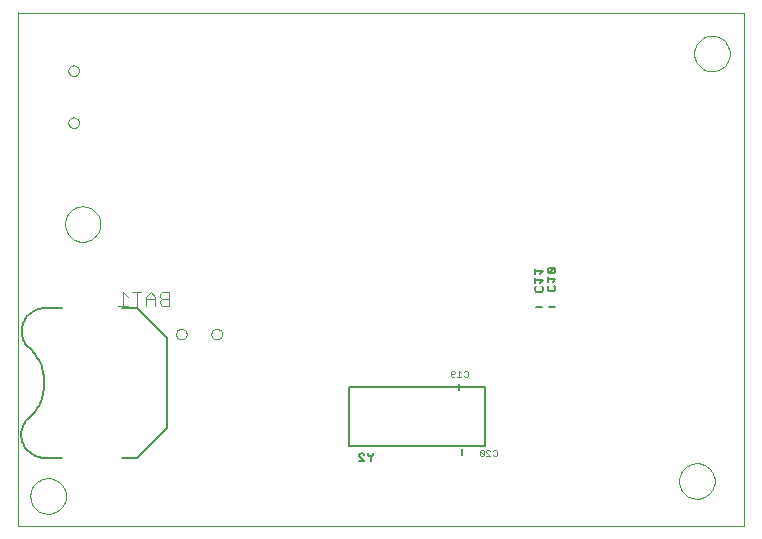
<source format=gbo>
G75*
G70*
%OFA0B0*%
%FSLAX24Y24*%
%IPPOS*%
%LPD*%
%AMOC8*
5,1,8,0,0,1.08239X$1,22.5*
%
%ADD10C,0.0000*%
%ADD11C,0.0080*%
%ADD12C,0.0060*%
%ADD13C,0.0040*%
D10*
X000599Y000160D02*
X000599Y017278D01*
X000600Y017276D02*
X024780Y017276D01*
X024780Y000156D01*
X024779Y000160D02*
X000599Y000160D01*
X001008Y001160D02*
X001010Y001208D01*
X001016Y001256D01*
X001026Y001303D01*
X001039Y001349D01*
X001057Y001394D01*
X001077Y001438D01*
X001102Y001480D01*
X001130Y001519D01*
X001160Y001556D01*
X001194Y001590D01*
X001231Y001622D01*
X001269Y001651D01*
X001310Y001676D01*
X001353Y001698D01*
X001398Y001716D01*
X001444Y001730D01*
X001491Y001741D01*
X001539Y001748D01*
X001587Y001751D01*
X001635Y001750D01*
X001683Y001745D01*
X001731Y001736D01*
X001777Y001724D01*
X001822Y001707D01*
X001866Y001687D01*
X001908Y001664D01*
X001948Y001637D01*
X001986Y001607D01*
X002021Y001574D01*
X002053Y001538D01*
X002083Y001500D01*
X002109Y001459D01*
X002131Y001416D01*
X002151Y001372D01*
X002166Y001327D01*
X002178Y001280D01*
X002186Y001232D01*
X002190Y001184D01*
X002190Y001136D01*
X002186Y001088D01*
X002178Y001040D01*
X002166Y000993D01*
X002151Y000948D01*
X002131Y000904D01*
X002109Y000861D01*
X002083Y000820D01*
X002053Y000782D01*
X002021Y000746D01*
X001986Y000713D01*
X001948Y000683D01*
X001908Y000656D01*
X001866Y000633D01*
X001822Y000613D01*
X001777Y000596D01*
X001731Y000584D01*
X001683Y000575D01*
X001635Y000570D01*
X001587Y000569D01*
X001539Y000572D01*
X001491Y000579D01*
X001444Y000590D01*
X001398Y000604D01*
X001353Y000622D01*
X001310Y000644D01*
X001269Y000669D01*
X001231Y000698D01*
X001194Y000730D01*
X001160Y000764D01*
X001130Y000801D01*
X001102Y000840D01*
X001077Y000882D01*
X001057Y000926D01*
X001039Y000971D01*
X001026Y001017D01*
X001016Y001064D01*
X001010Y001112D01*
X001008Y001160D01*
X005861Y006558D02*
X005863Y006584D01*
X005869Y006610D01*
X005879Y006635D01*
X005892Y006658D01*
X005908Y006678D01*
X005928Y006696D01*
X005950Y006711D01*
X005973Y006723D01*
X005999Y006731D01*
X006025Y006735D01*
X006051Y006735D01*
X006077Y006731D01*
X006103Y006723D01*
X006127Y006711D01*
X006148Y006696D01*
X006168Y006678D01*
X006184Y006658D01*
X006197Y006635D01*
X006207Y006610D01*
X006213Y006584D01*
X006215Y006558D01*
X006213Y006532D01*
X006207Y006506D01*
X006197Y006481D01*
X006184Y006458D01*
X006168Y006438D01*
X006148Y006420D01*
X006126Y006405D01*
X006103Y006393D01*
X006077Y006385D01*
X006051Y006381D01*
X006025Y006381D01*
X005999Y006385D01*
X005973Y006393D01*
X005949Y006405D01*
X005928Y006420D01*
X005908Y006438D01*
X005892Y006458D01*
X005879Y006481D01*
X005869Y006506D01*
X005863Y006532D01*
X005861Y006558D01*
X007042Y006558D02*
X007044Y006584D01*
X007050Y006610D01*
X007060Y006635D01*
X007073Y006658D01*
X007089Y006678D01*
X007109Y006696D01*
X007131Y006711D01*
X007154Y006723D01*
X007180Y006731D01*
X007206Y006735D01*
X007232Y006735D01*
X007258Y006731D01*
X007284Y006723D01*
X007308Y006711D01*
X007329Y006696D01*
X007349Y006678D01*
X007365Y006658D01*
X007378Y006635D01*
X007388Y006610D01*
X007394Y006584D01*
X007396Y006558D01*
X007394Y006532D01*
X007388Y006506D01*
X007378Y006481D01*
X007365Y006458D01*
X007349Y006438D01*
X007329Y006420D01*
X007307Y006405D01*
X007284Y006393D01*
X007258Y006385D01*
X007232Y006381D01*
X007206Y006381D01*
X007180Y006385D01*
X007154Y006393D01*
X007130Y006405D01*
X007109Y006420D01*
X007089Y006438D01*
X007073Y006458D01*
X007060Y006481D01*
X007050Y006506D01*
X007044Y006532D01*
X007042Y006558D01*
X002162Y010225D02*
X002164Y010273D01*
X002170Y010321D01*
X002180Y010368D01*
X002193Y010414D01*
X002211Y010459D01*
X002231Y010503D01*
X002256Y010545D01*
X002284Y010584D01*
X002314Y010621D01*
X002348Y010655D01*
X002385Y010687D01*
X002423Y010716D01*
X002464Y010741D01*
X002507Y010763D01*
X002552Y010781D01*
X002598Y010795D01*
X002645Y010806D01*
X002693Y010813D01*
X002741Y010816D01*
X002789Y010815D01*
X002837Y010810D01*
X002885Y010801D01*
X002931Y010789D01*
X002976Y010772D01*
X003020Y010752D01*
X003062Y010729D01*
X003102Y010702D01*
X003140Y010672D01*
X003175Y010639D01*
X003207Y010603D01*
X003237Y010565D01*
X003263Y010524D01*
X003285Y010481D01*
X003305Y010437D01*
X003320Y010392D01*
X003332Y010345D01*
X003340Y010297D01*
X003344Y010249D01*
X003344Y010201D01*
X003340Y010153D01*
X003332Y010105D01*
X003320Y010058D01*
X003305Y010013D01*
X003285Y009969D01*
X003263Y009926D01*
X003237Y009885D01*
X003207Y009847D01*
X003175Y009811D01*
X003140Y009778D01*
X003102Y009748D01*
X003062Y009721D01*
X003020Y009698D01*
X002976Y009678D01*
X002931Y009661D01*
X002885Y009649D01*
X002837Y009640D01*
X002789Y009635D01*
X002741Y009634D01*
X002693Y009637D01*
X002645Y009644D01*
X002598Y009655D01*
X002552Y009669D01*
X002507Y009687D01*
X002464Y009709D01*
X002423Y009734D01*
X002385Y009763D01*
X002348Y009795D01*
X002314Y009829D01*
X002284Y009866D01*
X002256Y009905D01*
X002231Y009947D01*
X002211Y009991D01*
X002193Y010036D01*
X002180Y010082D01*
X002170Y010129D01*
X002164Y010177D01*
X002162Y010225D01*
X002273Y013602D02*
X002275Y013628D01*
X002281Y013654D01*
X002291Y013679D01*
X002304Y013702D01*
X002320Y013722D01*
X002340Y013740D01*
X002362Y013755D01*
X002385Y013767D01*
X002411Y013775D01*
X002437Y013779D01*
X002463Y013779D01*
X002489Y013775D01*
X002515Y013767D01*
X002539Y013755D01*
X002560Y013740D01*
X002580Y013722D01*
X002596Y013702D01*
X002609Y013679D01*
X002619Y013654D01*
X002625Y013628D01*
X002627Y013602D01*
X002625Y013576D01*
X002619Y013550D01*
X002609Y013525D01*
X002596Y013502D01*
X002580Y013482D01*
X002560Y013464D01*
X002538Y013449D01*
X002515Y013437D01*
X002489Y013429D01*
X002463Y013425D01*
X002437Y013425D01*
X002411Y013429D01*
X002385Y013437D01*
X002361Y013449D01*
X002340Y013464D01*
X002320Y013482D01*
X002304Y013502D01*
X002291Y013525D01*
X002281Y013550D01*
X002275Y013576D01*
X002273Y013602D01*
X002273Y015335D02*
X002275Y015361D01*
X002281Y015387D01*
X002291Y015412D01*
X002304Y015435D01*
X002320Y015455D01*
X002340Y015473D01*
X002362Y015488D01*
X002385Y015500D01*
X002411Y015508D01*
X002437Y015512D01*
X002463Y015512D01*
X002489Y015508D01*
X002515Y015500D01*
X002539Y015488D01*
X002560Y015473D01*
X002580Y015455D01*
X002596Y015435D01*
X002609Y015412D01*
X002619Y015387D01*
X002625Y015361D01*
X002627Y015335D01*
X002625Y015309D01*
X002619Y015283D01*
X002609Y015258D01*
X002596Y015235D01*
X002580Y015215D01*
X002560Y015197D01*
X002538Y015182D01*
X002515Y015170D01*
X002489Y015162D01*
X002463Y015158D01*
X002437Y015158D01*
X002411Y015162D01*
X002385Y015170D01*
X002361Y015182D01*
X002340Y015197D01*
X002320Y015215D01*
X002304Y015235D01*
X002291Y015258D01*
X002281Y015283D01*
X002275Y015309D01*
X002273Y015335D01*
X022633Y001660D02*
X022635Y001708D01*
X022641Y001756D01*
X022651Y001803D01*
X022664Y001849D01*
X022682Y001894D01*
X022702Y001938D01*
X022727Y001980D01*
X022755Y002019D01*
X022785Y002056D01*
X022819Y002090D01*
X022856Y002122D01*
X022894Y002151D01*
X022935Y002176D01*
X022978Y002198D01*
X023023Y002216D01*
X023069Y002230D01*
X023116Y002241D01*
X023164Y002248D01*
X023212Y002251D01*
X023260Y002250D01*
X023308Y002245D01*
X023356Y002236D01*
X023402Y002224D01*
X023447Y002207D01*
X023491Y002187D01*
X023533Y002164D01*
X023573Y002137D01*
X023611Y002107D01*
X023646Y002074D01*
X023678Y002038D01*
X023708Y002000D01*
X023734Y001959D01*
X023756Y001916D01*
X023776Y001872D01*
X023791Y001827D01*
X023803Y001780D01*
X023811Y001732D01*
X023815Y001684D01*
X023815Y001636D01*
X023811Y001588D01*
X023803Y001540D01*
X023791Y001493D01*
X023776Y001448D01*
X023756Y001404D01*
X023734Y001361D01*
X023708Y001320D01*
X023678Y001282D01*
X023646Y001246D01*
X023611Y001213D01*
X023573Y001183D01*
X023533Y001156D01*
X023491Y001133D01*
X023447Y001113D01*
X023402Y001096D01*
X023356Y001084D01*
X023308Y001075D01*
X023260Y001070D01*
X023212Y001069D01*
X023164Y001072D01*
X023116Y001079D01*
X023069Y001090D01*
X023023Y001104D01*
X022978Y001122D01*
X022935Y001144D01*
X022894Y001169D01*
X022856Y001198D01*
X022819Y001230D01*
X022785Y001264D01*
X022755Y001301D01*
X022727Y001340D01*
X022702Y001382D01*
X022682Y001426D01*
X022664Y001471D01*
X022651Y001517D01*
X022641Y001564D01*
X022635Y001612D01*
X022633Y001660D01*
X023133Y015910D02*
X023135Y015958D01*
X023141Y016006D01*
X023151Y016053D01*
X023164Y016099D01*
X023182Y016144D01*
X023202Y016188D01*
X023227Y016230D01*
X023255Y016269D01*
X023285Y016306D01*
X023319Y016340D01*
X023356Y016372D01*
X023394Y016401D01*
X023435Y016426D01*
X023478Y016448D01*
X023523Y016466D01*
X023569Y016480D01*
X023616Y016491D01*
X023664Y016498D01*
X023712Y016501D01*
X023760Y016500D01*
X023808Y016495D01*
X023856Y016486D01*
X023902Y016474D01*
X023947Y016457D01*
X023991Y016437D01*
X024033Y016414D01*
X024073Y016387D01*
X024111Y016357D01*
X024146Y016324D01*
X024178Y016288D01*
X024208Y016250D01*
X024234Y016209D01*
X024256Y016166D01*
X024276Y016122D01*
X024291Y016077D01*
X024303Y016030D01*
X024311Y015982D01*
X024315Y015934D01*
X024315Y015886D01*
X024311Y015838D01*
X024303Y015790D01*
X024291Y015743D01*
X024276Y015698D01*
X024256Y015654D01*
X024234Y015611D01*
X024208Y015570D01*
X024178Y015532D01*
X024146Y015496D01*
X024111Y015463D01*
X024073Y015433D01*
X024033Y015406D01*
X023991Y015383D01*
X023947Y015363D01*
X023902Y015346D01*
X023856Y015334D01*
X023808Y015325D01*
X023760Y015320D01*
X023712Y015319D01*
X023664Y015322D01*
X023616Y015329D01*
X023569Y015340D01*
X023523Y015354D01*
X023478Y015372D01*
X023435Y015394D01*
X023394Y015419D01*
X023356Y015448D01*
X023319Y015480D01*
X023285Y015514D01*
X023255Y015551D01*
X023227Y015590D01*
X023202Y015632D01*
X023182Y015676D01*
X023164Y015721D01*
X023151Y015767D01*
X023141Y015814D01*
X023135Y015862D01*
X023133Y015910D01*
D11*
X018491Y007463D02*
X018291Y007463D01*
X018065Y007463D02*
X017865Y007463D01*
X015288Y004911D02*
X015288Y004711D01*
X016149Y004794D02*
X016149Y002826D01*
X011621Y002826D01*
X011621Y004794D01*
X016149Y004794D01*
X015383Y002725D02*
X015383Y002525D01*
X005574Y003435D02*
X004574Y002435D01*
X004074Y002435D01*
X005574Y003435D02*
X005574Y006435D01*
X004574Y007435D01*
X004074Y007435D01*
X002074Y007435D02*
X001474Y007435D01*
X001474Y007434D02*
X001420Y007430D01*
X001366Y007422D01*
X001313Y007410D01*
X001260Y007394D01*
X001209Y007375D01*
X001159Y007352D01*
X001111Y007326D01*
X001065Y007297D01*
X001021Y007264D01*
X000980Y007229D01*
X000941Y007190D01*
X000904Y007149D01*
X000871Y007106D01*
X000841Y007061D01*
X000814Y007013D01*
X000790Y006964D01*
X000770Y006913D01*
X000753Y006861D01*
X000740Y006808D01*
X000731Y006754D01*
X000726Y006699D01*
X000724Y006645D01*
X000726Y006590D01*
X000732Y006536D01*
X000742Y006482D01*
X000755Y006429D01*
X000772Y006377D01*
X000793Y006326D01*
X000817Y006277D01*
X000844Y006230D01*
X000875Y006185D01*
X000874Y006185D02*
X000935Y006134D01*
X000993Y006079D01*
X001049Y006022D01*
X001101Y005962D01*
X001151Y005900D01*
X001197Y005835D01*
X001240Y005768D01*
X001280Y005699D01*
X001316Y005628D01*
X001349Y005556D01*
X001378Y005481D01*
X001403Y005406D01*
X001425Y005329D01*
X001442Y005252D01*
X001456Y005173D01*
X001466Y005094D01*
X001472Y005015D01*
X001474Y004935D01*
X001472Y004855D01*
X001466Y004776D01*
X001456Y004697D01*
X001442Y004618D01*
X001425Y004541D01*
X001403Y004464D01*
X001378Y004389D01*
X001349Y004314D01*
X001316Y004242D01*
X001280Y004171D01*
X001240Y004102D01*
X001197Y004035D01*
X001151Y003970D01*
X001101Y003908D01*
X001049Y003848D01*
X000993Y003791D01*
X000935Y003736D01*
X000874Y003685D01*
X000842Y003642D01*
X000813Y003597D01*
X000787Y003549D01*
X000764Y003500D01*
X000745Y003450D01*
X000730Y003398D01*
X000718Y003345D01*
X000710Y003292D01*
X000706Y003238D01*
X000705Y003184D01*
X000709Y003130D01*
X000716Y003076D01*
X000726Y003024D01*
X000741Y002972D01*
X000759Y002921D01*
X000781Y002871D01*
X000806Y002823D01*
X000834Y002777D01*
X000866Y002734D01*
X000900Y002692D01*
X000938Y002653D01*
X000978Y002617D01*
X001020Y002583D01*
X001065Y002553D01*
X001111Y002526D01*
X001160Y002502D01*
X001210Y002482D01*
X001261Y002465D01*
X001314Y002452D01*
X001367Y002443D01*
X001420Y002437D01*
X001474Y002435D01*
X002074Y002435D01*
D12*
X011968Y002497D02*
X011968Y002540D01*
X012012Y002583D01*
X012099Y002583D01*
X012142Y002540D01*
X012263Y002540D02*
X012263Y002583D01*
X012263Y002540D02*
X012350Y002453D01*
X012350Y002323D01*
X012350Y002453D02*
X012437Y002540D01*
X012437Y002583D01*
X012142Y002323D02*
X011968Y002497D01*
X011968Y002323D02*
X012142Y002323D01*
X017833Y008019D02*
X017833Y008105D01*
X017876Y008149D01*
X017833Y008270D02*
X017833Y008443D01*
X017833Y008357D02*
X018093Y008357D01*
X018006Y008270D01*
X018049Y008149D02*
X018093Y008105D01*
X018093Y008019D01*
X018049Y007975D01*
X017876Y007975D01*
X017833Y008019D01*
X018249Y008044D02*
X018249Y008130D01*
X018292Y008174D01*
X018249Y008295D02*
X018249Y008468D01*
X018249Y008382D02*
X018509Y008382D01*
X018423Y008295D01*
X018466Y008174D02*
X018509Y008130D01*
X018509Y008044D01*
X018466Y008000D01*
X018292Y008000D01*
X018249Y008044D01*
X018292Y008589D02*
X018249Y008633D01*
X018249Y008720D01*
X018292Y008763D01*
X018466Y008763D01*
X018292Y008589D01*
X018466Y008589D01*
X018509Y008633D01*
X018509Y008720D01*
X018466Y008763D01*
X018093Y008651D02*
X017833Y008651D01*
X017833Y008564D02*
X017833Y008738D01*
X018006Y008564D02*
X018093Y008651D01*
D13*
X015553Y005337D02*
X015487Y005337D01*
X015453Y005303D01*
X015366Y005270D02*
X015299Y005337D01*
X015299Y005137D01*
X015366Y005137D02*
X015232Y005137D01*
X015145Y005170D02*
X015111Y005137D01*
X015045Y005137D01*
X015011Y005170D01*
X015011Y005303D01*
X015045Y005337D01*
X015111Y005337D01*
X015145Y005303D01*
X015145Y005270D01*
X015111Y005237D01*
X015011Y005237D01*
X015453Y005170D02*
X015487Y005137D01*
X015553Y005137D01*
X015587Y005170D01*
X015587Y005303D01*
X015553Y005337D01*
X016021Y002707D02*
X015987Y002673D01*
X016121Y002540D01*
X016087Y002506D01*
X016021Y002506D01*
X015987Y002540D01*
X015987Y002673D01*
X016021Y002707D02*
X016087Y002707D01*
X016121Y002673D01*
X016121Y002540D01*
X016208Y002506D02*
X016342Y002506D01*
X016208Y002640D01*
X016208Y002673D01*
X016242Y002707D01*
X016308Y002707D01*
X016342Y002673D01*
X016429Y002673D02*
X016463Y002707D01*
X016529Y002707D01*
X016563Y002673D01*
X016563Y002540D01*
X016529Y002506D01*
X016463Y002506D01*
X016429Y002540D01*
X005628Y007502D02*
X005398Y007502D01*
X005321Y007579D01*
X005321Y007655D01*
X005398Y007732D01*
X005628Y007732D01*
X005628Y007502D02*
X005628Y007962D01*
X005398Y007962D01*
X005321Y007886D01*
X005321Y007809D01*
X005398Y007732D01*
X005167Y007732D02*
X004860Y007732D01*
X004860Y007809D02*
X004860Y007502D01*
X004553Y007502D02*
X004553Y007962D01*
X004400Y007962D02*
X004707Y007962D01*
X004860Y007809D02*
X005014Y007962D01*
X005167Y007809D01*
X005167Y007502D01*
X004247Y007502D02*
X003940Y007502D01*
X004093Y007502D02*
X004093Y007962D01*
X004247Y007809D01*
M02*

</source>
